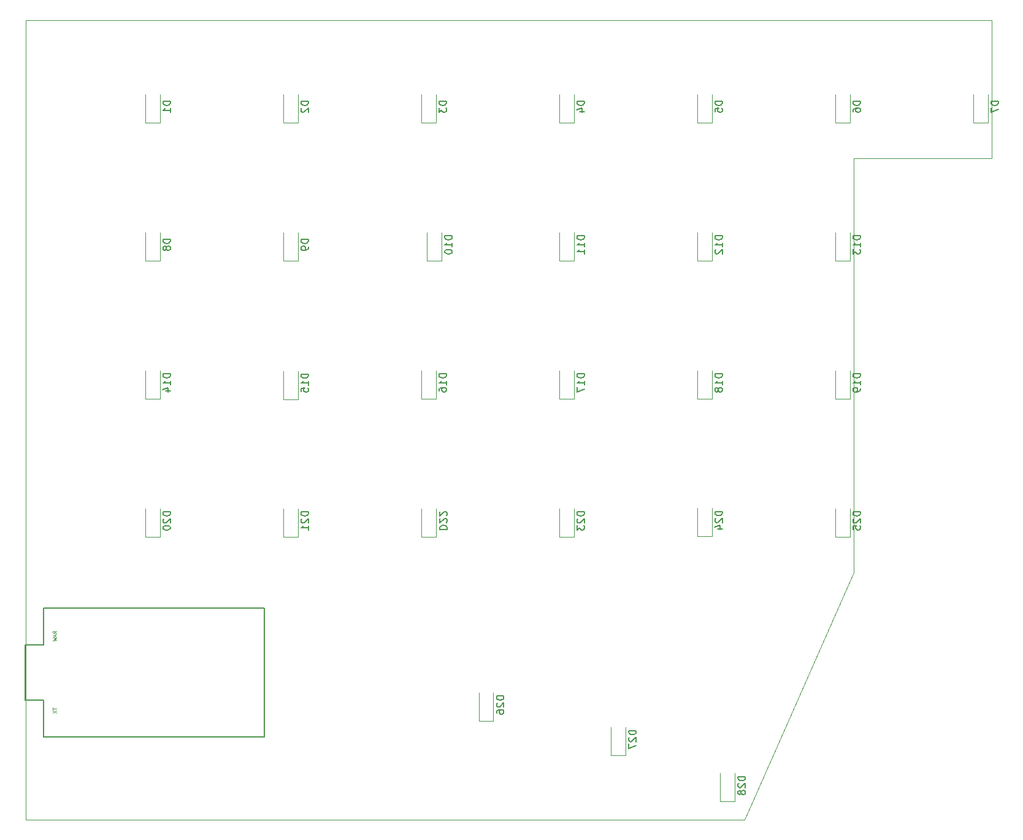
<source format=gbr>
G04 #@! TF.GenerationSoftware,KiCad,Pcbnew,(5.1.4)-1*
G04 #@! TF.CreationDate,2022-03-13T20:27:42-07:00*
G04 #@! TF.ProjectId,Dweebs-Macro-Mini,44776565-6273-42d4-9d61-63726f2d4d69,rev?*
G04 #@! TF.SameCoordinates,Original*
G04 #@! TF.FileFunction,Legend,Bot*
G04 #@! TF.FilePolarity,Positive*
%FSLAX46Y46*%
G04 Gerber Fmt 4.6, Leading zero omitted, Abs format (unit mm)*
G04 Created by KiCad (PCBNEW (5.1.4)-1) date 2022-03-13 20:27:42*
%MOMM*%
%LPD*%
G04 APERTURE LIST*
%ADD10C,0.050000*%
%ADD11C,0.125000*%
%ADD12C,0.150000*%
%ADD13C,0.120000*%
G04 APERTURE END LIST*
D10*
X73772884Y-150018562D02*
X73818750Y-39687500D01*
X173037500Y-150018750D02*
X188118750Y-115887500D01*
X169068750Y-150018750D02*
X173037500Y-150018750D01*
X169068750Y-150018750D02*
X73772884Y-150018562D01*
D11*
X78013690Y-124273511D02*
X77775595Y-124106845D01*
X78013690Y-123987797D02*
X77513690Y-123987797D01*
X77513690Y-124178273D01*
X77537500Y-124225892D01*
X77561309Y-124249702D01*
X77608928Y-124273511D01*
X77680357Y-124273511D01*
X77727976Y-124249702D01*
X77751785Y-124225892D01*
X77775595Y-124178273D01*
X77775595Y-123987797D01*
X77870833Y-124463988D02*
X77870833Y-124702083D01*
X78013690Y-124416369D02*
X77513690Y-124583035D01*
X78013690Y-124749702D01*
X77513690Y-124868750D02*
X78013690Y-124987797D01*
X77656547Y-125083035D01*
X78013690Y-125178273D01*
X77513690Y-125297321D01*
X77513690Y-134556547D02*
X77513690Y-134842261D01*
X78013690Y-134699404D02*
X77513690Y-134699404D01*
X77513690Y-134961309D02*
X78013690Y-135294642D01*
X77513690Y-135294642D02*
X78013690Y-134961309D01*
D10*
X188118750Y-58737500D02*
X188118750Y-115887500D01*
X207168750Y-58737500D02*
X188118750Y-58737500D01*
X207168750Y-39687500D02*
X207168750Y-58737500D01*
X73818750Y-39687500D02*
X207168750Y-39687500D01*
D12*
X76200000Y-120777000D02*
X106680000Y-120777000D01*
X76200000Y-125857000D02*
X76200000Y-120777000D01*
X73660000Y-125857000D02*
X76200000Y-125857000D01*
X73660000Y-133477000D02*
X73660000Y-125857000D01*
X76200000Y-133477000D02*
X73660000Y-133477000D01*
X76200000Y-138557000D02*
X76200000Y-133477000D01*
X106680000Y-138557000D02*
X76200000Y-138557000D01*
X106680000Y-120777000D02*
X106680000Y-138557000D01*
D13*
X171656250Y-147506250D02*
X171656250Y-143606250D01*
X169656250Y-147506250D02*
X169656250Y-143606250D01*
X171656250Y-147506250D02*
X169656250Y-147506250D01*
X156575000Y-141156250D02*
X156575000Y-137256250D01*
X154575000Y-141156250D02*
X154575000Y-137256250D01*
X156575000Y-141156250D02*
X154575000Y-141156250D01*
X138318750Y-136393750D02*
X138318750Y-132493750D01*
X136318750Y-136393750D02*
X136318750Y-132493750D01*
X138318750Y-136393750D02*
X136318750Y-136393750D01*
X187531250Y-110993750D02*
X187531250Y-107093750D01*
X185531250Y-110993750D02*
X185531250Y-107093750D01*
X187531250Y-110993750D02*
X185531250Y-110993750D01*
X168481250Y-110931250D02*
X168481250Y-107031250D01*
X166481250Y-110931250D02*
X166481250Y-107031250D01*
X168481250Y-110931250D02*
X166481250Y-110931250D01*
X149431250Y-110993750D02*
X149431250Y-107093750D01*
X147431250Y-110993750D02*
X147431250Y-107093750D01*
X149431250Y-110993750D02*
X147431250Y-110993750D01*
X130381250Y-110993750D02*
X130381250Y-107093750D01*
X128381250Y-110993750D02*
X128381250Y-107093750D01*
X130381250Y-110993750D02*
X128381250Y-110993750D01*
X111331250Y-110993750D02*
X111331250Y-107093750D01*
X109331250Y-110993750D02*
X109331250Y-107093750D01*
X111331250Y-110993750D02*
X109331250Y-110993750D01*
X92281250Y-110993750D02*
X92281250Y-107093750D01*
X90281250Y-110993750D02*
X90281250Y-107093750D01*
X92281250Y-110993750D02*
X90281250Y-110993750D01*
X187531250Y-91943750D02*
X187531250Y-88043750D01*
X185531250Y-91943750D02*
X185531250Y-88043750D01*
X187531250Y-91943750D02*
X185531250Y-91943750D01*
X168481250Y-91943750D02*
X168481250Y-88043750D01*
X166481250Y-91943750D02*
X166481250Y-88043750D01*
X168481250Y-91943750D02*
X166481250Y-91943750D01*
X149431250Y-91943750D02*
X149431250Y-88043750D01*
X147431250Y-91943750D02*
X147431250Y-88043750D01*
X149431250Y-91943750D02*
X147431250Y-91943750D01*
X130381250Y-91943750D02*
X130381250Y-88043750D01*
X128381250Y-91943750D02*
X128381250Y-88043750D01*
X130381250Y-91943750D02*
X128381250Y-91943750D01*
X111331250Y-91976250D02*
X111331250Y-88076250D01*
X109331250Y-91976250D02*
X109331250Y-88076250D01*
X111331250Y-91976250D02*
X109331250Y-91976250D01*
X92281250Y-91943750D02*
X92281250Y-88043750D01*
X90281250Y-91943750D02*
X90281250Y-88043750D01*
X92281250Y-91943750D02*
X90281250Y-91943750D01*
X187531250Y-72893750D02*
X187531250Y-68993750D01*
X185531250Y-72893750D02*
X185531250Y-68993750D01*
X187531250Y-72893750D02*
X185531250Y-72893750D01*
X168481250Y-72893750D02*
X168481250Y-68993750D01*
X166481250Y-72893750D02*
X166481250Y-68993750D01*
X168481250Y-72893750D02*
X166481250Y-72893750D01*
X149431250Y-72893750D02*
X149431250Y-68993750D01*
X147431250Y-72893750D02*
X147431250Y-68993750D01*
X149431250Y-72893750D02*
X147431250Y-72893750D01*
X131175000Y-72893750D02*
X131175000Y-68993750D01*
X129175000Y-72893750D02*
X129175000Y-68993750D01*
X131175000Y-72893750D02*
X129175000Y-72893750D01*
X111331250Y-72893750D02*
X111331250Y-68993750D01*
X109331250Y-72893750D02*
X109331250Y-68993750D01*
X111331250Y-72893750D02*
X109331250Y-72893750D01*
X92281250Y-72893750D02*
X92281250Y-68993750D01*
X90281250Y-72893750D02*
X90281250Y-68993750D01*
X92281250Y-72893750D02*
X90281250Y-72893750D01*
X206581250Y-53843750D02*
X206581250Y-49943750D01*
X204581250Y-53843750D02*
X204581250Y-49943750D01*
X206581250Y-53843750D02*
X204581250Y-53843750D01*
X187531250Y-53843750D02*
X187531250Y-49943750D01*
X185531250Y-53843750D02*
X185531250Y-49943750D01*
X187531250Y-53843750D02*
X185531250Y-53843750D01*
X168481250Y-53843750D02*
X168481250Y-49943750D01*
X166481250Y-53843750D02*
X166481250Y-49943750D01*
X168481250Y-53843750D02*
X166481250Y-53843750D01*
X149431250Y-53843750D02*
X149431250Y-49943750D01*
X147431250Y-53843750D02*
X147431250Y-49943750D01*
X149431250Y-53843750D02*
X147431250Y-53843750D01*
X130381250Y-53843750D02*
X130381250Y-49943750D01*
X128381250Y-53843750D02*
X128381250Y-49943750D01*
X130381250Y-53843750D02*
X128381250Y-53843750D01*
X111331250Y-53843750D02*
X111331250Y-49943750D01*
X109331250Y-53843750D02*
X109331250Y-49943750D01*
X111331250Y-53843750D02*
X109331250Y-53843750D01*
X92281250Y-53843750D02*
X92281250Y-49943750D01*
X90281250Y-53843750D02*
X90281250Y-49943750D01*
X92281250Y-53843750D02*
X90281250Y-53843750D01*
D12*
X173108630Y-144041964D02*
X172108630Y-144041964D01*
X172108630Y-144280059D01*
X172156250Y-144422916D01*
X172251488Y-144518154D01*
X172346726Y-144565773D01*
X172537202Y-144613392D01*
X172680059Y-144613392D01*
X172870535Y-144565773D01*
X172965773Y-144518154D01*
X173061011Y-144422916D01*
X173108630Y-144280059D01*
X173108630Y-144041964D01*
X172203869Y-144994345D02*
X172156250Y-145041964D01*
X172108630Y-145137202D01*
X172108630Y-145375297D01*
X172156250Y-145470535D01*
X172203869Y-145518154D01*
X172299107Y-145565773D01*
X172394345Y-145565773D01*
X172537202Y-145518154D01*
X173108630Y-144946726D01*
X173108630Y-145565773D01*
X172537202Y-146137202D02*
X172489583Y-146041964D01*
X172441964Y-145994345D01*
X172346726Y-145946726D01*
X172299107Y-145946726D01*
X172203869Y-145994345D01*
X172156250Y-146041964D01*
X172108630Y-146137202D01*
X172108630Y-146327678D01*
X172156250Y-146422916D01*
X172203869Y-146470535D01*
X172299107Y-146518154D01*
X172346726Y-146518154D01*
X172441964Y-146470535D01*
X172489583Y-146422916D01*
X172537202Y-146327678D01*
X172537202Y-146137202D01*
X172584821Y-146041964D01*
X172632440Y-145994345D01*
X172727678Y-145946726D01*
X172918154Y-145946726D01*
X173013392Y-145994345D01*
X173061011Y-146041964D01*
X173108630Y-146137202D01*
X173108630Y-146327678D01*
X173061011Y-146422916D01*
X173013392Y-146470535D01*
X172918154Y-146518154D01*
X172727678Y-146518154D01*
X172632440Y-146470535D01*
X172584821Y-146422916D01*
X172537202Y-146327678D01*
X158027380Y-137691964D02*
X157027380Y-137691964D01*
X157027380Y-137930059D01*
X157075000Y-138072916D01*
X157170238Y-138168154D01*
X157265476Y-138215773D01*
X157455952Y-138263392D01*
X157598809Y-138263392D01*
X157789285Y-138215773D01*
X157884523Y-138168154D01*
X157979761Y-138072916D01*
X158027380Y-137930059D01*
X158027380Y-137691964D01*
X157122619Y-138644345D02*
X157075000Y-138691964D01*
X157027380Y-138787202D01*
X157027380Y-139025297D01*
X157075000Y-139120535D01*
X157122619Y-139168154D01*
X157217857Y-139215773D01*
X157313095Y-139215773D01*
X157455952Y-139168154D01*
X158027380Y-138596726D01*
X158027380Y-139215773D01*
X157027380Y-139549107D02*
X157027380Y-140215773D01*
X158027380Y-139787202D01*
X139771130Y-132929464D02*
X138771130Y-132929464D01*
X138771130Y-133167559D01*
X138818750Y-133310416D01*
X138913988Y-133405654D01*
X139009226Y-133453273D01*
X139199702Y-133500892D01*
X139342559Y-133500892D01*
X139533035Y-133453273D01*
X139628273Y-133405654D01*
X139723511Y-133310416D01*
X139771130Y-133167559D01*
X139771130Y-132929464D01*
X138866369Y-133881845D02*
X138818750Y-133929464D01*
X138771130Y-134024702D01*
X138771130Y-134262797D01*
X138818750Y-134358035D01*
X138866369Y-134405654D01*
X138961607Y-134453273D01*
X139056845Y-134453273D01*
X139199702Y-134405654D01*
X139771130Y-133834226D01*
X139771130Y-134453273D01*
X138771130Y-135310416D02*
X138771130Y-135119940D01*
X138818750Y-135024702D01*
X138866369Y-134977083D01*
X139009226Y-134881845D01*
X139199702Y-134834226D01*
X139580654Y-134834226D01*
X139675892Y-134881845D01*
X139723511Y-134929464D01*
X139771130Y-135024702D01*
X139771130Y-135215178D01*
X139723511Y-135310416D01*
X139675892Y-135358035D01*
X139580654Y-135405654D01*
X139342559Y-135405654D01*
X139247321Y-135358035D01*
X139199702Y-135310416D01*
X139152083Y-135215178D01*
X139152083Y-135024702D01*
X139199702Y-134929464D01*
X139247321Y-134881845D01*
X139342559Y-134834226D01*
X188983630Y-107529464D02*
X187983630Y-107529464D01*
X187983630Y-107767559D01*
X188031250Y-107910416D01*
X188126488Y-108005654D01*
X188221726Y-108053273D01*
X188412202Y-108100892D01*
X188555059Y-108100892D01*
X188745535Y-108053273D01*
X188840773Y-108005654D01*
X188936011Y-107910416D01*
X188983630Y-107767559D01*
X188983630Y-107529464D01*
X188078869Y-108481845D02*
X188031250Y-108529464D01*
X187983630Y-108624702D01*
X187983630Y-108862797D01*
X188031250Y-108958035D01*
X188078869Y-109005654D01*
X188174107Y-109053273D01*
X188269345Y-109053273D01*
X188412202Y-109005654D01*
X188983630Y-108434226D01*
X188983630Y-109053273D01*
X187983630Y-109958035D02*
X187983630Y-109481845D01*
X188459821Y-109434226D01*
X188412202Y-109481845D01*
X188364583Y-109577083D01*
X188364583Y-109815178D01*
X188412202Y-109910416D01*
X188459821Y-109958035D01*
X188555059Y-110005654D01*
X188793154Y-110005654D01*
X188888392Y-109958035D01*
X188936011Y-109910416D01*
X188983630Y-109815178D01*
X188983630Y-109577083D01*
X188936011Y-109481845D01*
X188888392Y-109434226D01*
X169933630Y-107466964D02*
X168933630Y-107466964D01*
X168933630Y-107705059D01*
X168981250Y-107847916D01*
X169076488Y-107943154D01*
X169171726Y-107990773D01*
X169362202Y-108038392D01*
X169505059Y-108038392D01*
X169695535Y-107990773D01*
X169790773Y-107943154D01*
X169886011Y-107847916D01*
X169933630Y-107705059D01*
X169933630Y-107466964D01*
X169028869Y-108419345D02*
X168981250Y-108466964D01*
X168933630Y-108562202D01*
X168933630Y-108800297D01*
X168981250Y-108895535D01*
X169028869Y-108943154D01*
X169124107Y-108990773D01*
X169219345Y-108990773D01*
X169362202Y-108943154D01*
X169933630Y-108371726D01*
X169933630Y-108990773D01*
X169266964Y-109847916D02*
X169933630Y-109847916D01*
X168886011Y-109609821D02*
X169600297Y-109371726D01*
X169600297Y-109990773D01*
X150883630Y-107529464D02*
X149883630Y-107529464D01*
X149883630Y-107767559D01*
X149931250Y-107910416D01*
X150026488Y-108005654D01*
X150121726Y-108053273D01*
X150312202Y-108100892D01*
X150455059Y-108100892D01*
X150645535Y-108053273D01*
X150740773Y-108005654D01*
X150836011Y-107910416D01*
X150883630Y-107767559D01*
X150883630Y-107529464D01*
X149978869Y-108481845D02*
X149931250Y-108529464D01*
X149883630Y-108624702D01*
X149883630Y-108862797D01*
X149931250Y-108958035D01*
X149978869Y-109005654D01*
X150074107Y-109053273D01*
X150169345Y-109053273D01*
X150312202Y-109005654D01*
X150883630Y-108434226D01*
X150883630Y-109053273D01*
X149883630Y-109386607D02*
X149883630Y-110005654D01*
X150264583Y-109672321D01*
X150264583Y-109815178D01*
X150312202Y-109910416D01*
X150359821Y-109958035D01*
X150455059Y-110005654D01*
X150693154Y-110005654D01*
X150788392Y-109958035D01*
X150836011Y-109910416D01*
X150883630Y-109815178D01*
X150883630Y-109529464D01*
X150836011Y-109434226D01*
X150788392Y-109386607D01*
X130928869Y-109958035D02*
X131928869Y-109958035D01*
X131928869Y-109719940D01*
X131881250Y-109577083D01*
X131786011Y-109481845D01*
X131690773Y-109434226D01*
X131500297Y-109386607D01*
X131357440Y-109386607D01*
X131166964Y-109434226D01*
X131071726Y-109481845D01*
X130976488Y-109577083D01*
X130928869Y-109719940D01*
X130928869Y-109958035D01*
X131833630Y-109005654D02*
X131881250Y-108958035D01*
X131928869Y-108862797D01*
X131928869Y-108624702D01*
X131881250Y-108529464D01*
X131833630Y-108481845D01*
X131738392Y-108434226D01*
X131643154Y-108434226D01*
X131500297Y-108481845D01*
X130928869Y-109053273D01*
X130928869Y-108434226D01*
X131833630Y-108053273D02*
X131881250Y-108005654D01*
X131928869Y-107910416D01*
X131928869Y-107672321D01*
X131881250Y-107577083D01*
X131833630Y-107529464D01*
X131738392Y-107481845D01*
X131643154Y-107481845D01*
X131500297Y-107529464D01*
X130928869Y-108100892D01*
X130928869Y-107481845D01*
X112783630Y-107529464D02*
X111783630Y-107529464D01*
X111783630Y-107767559D01*
X111831250Y-107910416D01*
X111926488Y-108005654D01*
X112021726Y-108053273D01*
X112212202Y-108100892D01*
X112355059Y-108100892D01*
X112545535Y-108053273D01*
X112640773Y-108005654D01*
X112736011Y-107910416D01*
X112783630Y-107767559D01*
X112783630Y-107529464D01*
X111878869Y-108481845D02*
X111831250Y-108529464D01*
X111783630Y-108624702D01*
X111783630Y-108862797D01*
X111831250Y-108958035D01*
X111878869Y-109005654D01*
X111974107Y-109053273D01*
X112069345Y-109053273D01*
X112212202Y-109005654D01*
X112783630Y-108434226D01*
X112783630Y-109053273D01*
X112783630Y-110005654D02*
X112783630Y-109434226D01*
X112783630Y-109719940D02*
X111783630Y-109719940D01*
X111926488Y-109624702D01*
X112021726Y-109529464D01*
X112069345Y-109434226D01*
X93733630Y-107529464D02*
X92733630Y-107529464D01*
X92733630Y-107767559D01*
X92781250Y-107910416D01*
X92876488Y-108005654D01*
X92971726Y-108053273D01*
X93162202Y-108100892D01*
X93305059Y-108100892D01*
X93495535Y-108053273D01*
X93590773Y-108005654D01*
X93686011Y-107910416D01*
X93733630Y-107767559D01*
X93733630Y-107529464D01*
X92828869Y-108481845D02*
X92781250Y-108529464D01*
X92733630Y-108624702D01*
X92733630Y-108862797D01*
X92781250Y-108958035D01*
X92828869Y-109005654D01*
X92924107Y-109053273D01*
X93019345Y-109053273D01*
X93162202Y-109005654D01*
X93733630Y-108434226D01*
X93733630Y-109053273D01*
X92733630Y-109672321D02*
X92733630Y-109767559D01*
X92781250Y-109862797D01*
X92828869Y-109910416D01*
X92924107Y-109958035D01*
X93114583Y-110005654D01*
X93352678Y-110005654D01*
X93543154Y-109958035D01*
X93638392Y-109910416D01*
X93686011Y-109862797D01*
X93733630Y-109767559D01*
X93733630Y-109672321D01*
X93686011Y-109577083D01*
X93638392Y-109529464D01*
X93543154Y-109481845D01*
X93352678Y-109434226D01*
X93114583Y-109434226D01*
X92924107Y-109481845D01*
X92828869Y-109529464D01*
X92781250Y-109577083D01*
X92733630Y-109672321D01*
X188983630Y-88479464D02*
X187983630Y-88479464D01*
X187983630Y-88717559D01*
X188031250Y-88860416D01*
X188126488Y-88955654D01*
X188221726Y-89003273D01*
X188412202Y-89050892D01*
X188555059Y-89050892D01*
X188745535Y-89003273D01*
X188840773Y-88955654D01*
X188936011Y-88860416D01*
X188983630Y-88717559D01*
X188983630Y-88479464D01*
X188983630Y-90003273D02*
X188983630Y-89431845D01*
X188983630Y-89717559D02*
X187983630Y-89717559D01*
X188126488Y-89622321D01*
X188221726Y-89527083D01*
X188269345Y-89431845D01*
X188983630Y-90479464D02*
X188983630Y-90669940D01*
X188936011Y-90765178D01*
X188888392Y-90812797D01*
X188745535Y-90908035D01*
X188555059Y-90955654D01*
X188174107Y-90955654D01*
X188078869Y-90908035D01*
X188031250Y-90860416D01*
X187983630Y-90765178D01*
X187983630Y-90574702D01*
X188031250Y-90479464D01*
X188078869Y-90431845D01*
X188174107Y-90384226D01*
X188412202Y-90384226D01*
X188507440Y-90431845D01*
X188555059Y-90479464D01*
X188602678Y-90574702D01*
X188602678Y-90765178D01*
X188555059Y-90860416D01*
X188507440Y-90908035D01*
X188412202Y-90955654D01*
X169933630Y-88479464D02*
X168933630Y-88479464D01*
X168933630Y-88717559D01*
X168981250Y-88860416D01*
X169076488Y-88955654D01*
X169171726Y-89003273D01*
X169362202Y-89050892D01*
X169505059Y-89050892D01*
X169695535Y-89003273D01*
X169790773Y-88955654D01*
X169886011Y-88860416D01*
X169933630Y-88717559D01*
X169933630Y-88479464D01*
X169933630Y-90003273D02*
X169933630Y-89431845D01*
X169933630Y-89717559D02*
X168933630Y-89717559D01*
X169076488Y-89622321D01*
X169171726Y-89527083D01*
X169219345Y-89431845D01*
X169362202Y-90574702D02*
X169314583Y-90479464D01*
X169266964Y-90431845D01*
X169171726Y-90384226D01*
X169124107Y-90384226D01*
X169028869Y-90431845D01*
X168981250Y-90479464D01*
X168933630Y-90574702D01*
X168933630Y-90765178D01*
X168981250Y-90860416D01*
X169028869Y-90908035D01*
X169124107Y-90955654D01*
X169171726Y-90955654D01*
X169266964Y-90908035D01*
X169314583Y-90860416D01*
X169362202Y-90765178D01*
X169362202Y-90574702D01*
X169409821Y-90479464D01*
X169457440Y-90431845D01*
X169552678Y-90384226D01*
X169743154Y-90384226D01*
X169838392Y-90431845D01*
X169886011Y-90479464D01*
X169933630Y-90574702D01*
X169933630Y-90765178D01*
X169886011Y-90860416D01*
X169838392Y-90908035D01*
X169743154Y-90955654D01*
X169552678Y-90955654D01*
X169457440Y-90908035D01*
X169409821Y-90860416D01*
X169362202Y-90765178D01*
X150883630Y-88479464D02*
X149883630Y-88479464D01*
X149883630Y-88717559D01*
X149931250Y-88860416D01*
X150026488Y-88955654D01*
X150121726Y-89003273D01*
X150312202Y-89050892D01*
X150455059Y-89050892D01*
X150645535Y-89003273D01*
X150740773Y-88955654D01*
X150836011Y-88860416D01*
X150883630Y-88717559D01*
X150883630Y-88479464D01*
X150883630Y-90003273D02*
X150883630Y-89431845D01*
X150883630Y-89717559D02*
X149883630Y-89717559D01*
X150026488Y-89622321D01*
X150121726Y-89527083D01*
X150169345Y-89431845D01*
X149883630Y-90336607D02*
X149883630Y-91003273D01*
X150883630Y-90574702D01*
X131833630Y-88479464D02*
X130833630Y-88479464D01*
X130833630Y-88717559D01*
X130881250Y-88860416D01*
X130976488Y-88955654D01*
X131071726Y-89003273D01*
X131262202Y-89050892D01*
X131405059Y-89050892D01*
X131595535Y-89003273D01*
X131690773Y-88955654D01*
X131786011Y-88860416D01*
X131833630Y-88717559D01*
X131833630Y-88479464D01*
X131833630Y-90003273D02*
X131833630Y-89431845D01*
X131833630Y-89717559D02*
X130833630Y-89717559D01*
X130976488Y-89622321D01*
X131071726Y-89527083D01*
X131119345Y-89431845D01*
X130833630Y-90860416D02*
X130833630Y-90669940D01*
X130881250Y-90574702D01*
X130928869Y-90527083D01*
X131071726Y-90431845D01*
X131262202Y-90384226D01*
X131643154Y-90384226D01*
X131738392Y-90431845D01*
X131786011Y-90479464D01*
X131833630Y-90574702D01*
X131833630Y-90765178D01*
X131786011Y-90860416D01*
X131738392Y-90908035D01*
X131643154Y-90955654D01*
X131405059Y-90955654D01*
X131309821Y-90908035D01*
X131262202Y-90860416D01*
X131214583Y-90765178D01*
X131214583Y-90574702D01*
X131262202Y-90479464D01*
X131309821Y-90431845D01*
X131405059Y-90384226D01*
X112783630Y-88511964D02*
X111783630Y-88511964D01*
X111783630Y-88750059D01*
X111831250Y-88892916D01*
X111926488Y-88988154D01*
X112021726Y-89035773D01*
X112212202Y-89083392D01*
X112355059Y-89083392D01*
X112545535Y-89035773D01*
X112640773Y-88988154D01*
X112736011Y-88892916D01*
X112783630Y-88750059D01*
X112783630Y-88511964D01*
X112783630Y-90035773D02*
X112783630Y-89464345D01*
X112783630Y-89750059D02*
X111783630Y-89750059D01*
X111926488Y-89654821D01*
X112021726Y-89559583D01*
X112069345Y-89464345D01*
X111783630Y-90940535D02*
X111783630Y-90464345D01*
X112259821Y-90416726D01*
X112212202Y-90464345D01*
X112164583Y-90559583D01*
X112164583Y-90797678D01*
X112212202Y-90892916D01*
X112259821Y-90940535D01*
X112355059Y-90988154D01*
X112593154Y-90988154D01*
X112688392Y-90940535D01*
X112736011Y-90892916D01*
X112783630Y-90797678D01*
X112783630Y-90559583D01*
X112736011Y-90464345D01*
X112688392Y-90416726D01*
X93733630Y-88479464D02*
X92733630Y-88479464D01*
X92733630Y-88717559D01*
X92781250Y-88860416D01*
X92876488Y-88955654D01*
X92971726Y-89003273D01*
X93162202Y-89050892D01*
X93305059Y-89050892D01*
X93495535Y-89003273D01*
X93590773Y-88955654D01*
X93686011Y-88860416D01*
X93733630Y-88717559D01*
X93733630Y-88479464D01*
X93733630Y-90003273D02*
X93733630Y-89431845D01*
X93733630Y-89717559D02*
X92733630Y-89717559D01*
X92876488Y-89622321D01*
X92971726Y-89527083D01*
X93019345Y-89431845D01*
X93066964Y-90860416D02*
X93733630Y-90860416D01*
X92686011Y-90622321D02*
X93400297Y-90384226D01*
X93400297Y-91003273D01*
X188983630Y-69429464D02*
X187983630Y-69429464D01*
X187983630Y-69667559D01*
X188031250Y-69810416D01*
X188126488Y-69905654D01*
X188221726Y-69953273D01*
X188412202Y-70000892D01*
X188555059Y-70000892D01*
X188745535Y-69953273D01*
X188840773Y-69905654D01*
X188936011Y-69810416D01*
X188983630Y-69667559D01*
X188983630Y-69429464D01*
X188983630Y-70953273D02*
X188983630Y-70381845D01*
X188983630Y-70667559D02*
X187983630Y-70667559D01*
X188126488Y-70572321D01*
X188221726Y-70477083D01*
X188269345Y-70381845D01*
X187983630Y-71286607D02*
X187983630Y-71905654D01*
X188364583Y-71572321D01*
X188364583Y-71715178D01*
X188412202Y-71810416D01*
X188459821Y-71858035D01*
X188555059Y-71905654D01*
X188793154Y-71905654D01*
X188888392Y-71858035D01*
X188936011Y-71810416D01*
X188983630Y-71715178D01*
X188983630Y-71429464D01*
X188936011Y-71334226D01*
X188888392Y-71286607D01*
X169933630Y-69429464D02*
X168933630Y-69429464D01*
X168933630Y-69667559D01*
X168981250Y-69810416D01*
X169076488Y-69905654D01*
X169171726Y-69953273D01*
X169362202Y-70000892D01*
X169505059Y-70000892D01*
X169695535Y-69953273D01*
X169790773Y-69905654D01*
X169886011Y-69810416D01*
X169933630Y-69667559D01*
X169933630Y-69429464D01*
X169933630Y-70953273D02*
X169933630Y-70381845D01*
X169933630Y-70667559D02*
X168933630Y-70667559D01*
X169076488Y-70572321D01*
X169171726Y-70477083D01*
X169219345Y-70381845D01*
X169028869Y-71334226D02*
X168981250Y-71381845D01*
X168933630Y-71477083D01*
X168933630Y-71715178D01*
X168981250Y-71810416D01*
X169028869Y-71858035D01*
X169124107Y-71905654D01*
X169219345Y-71905654D01*
X169362202Y-71858035D01*
X169933630Y-71286607D01*
X169933630Y-71905654D01*
X150883630Y-69429464D02*
X149883630Y-69429464D01*
X149883630Y-69667559D01*
X149931250Y-69810416D01*
X150026488Y-69905654D01*
X150121726Y-69953273D01*
X150312202Y-70000892D01*
X150455059Y-70000892D01*
X150645535Y-69953273D01*
X150740773Y-69905654D01*
X150836011Y-69810416D01*
X150883630Y-69667559D01*
X150883630Y-69429464D01*
X150883630Y-70953273D02*
X150883630Y-70381845D01*
X150883630Y-70667559D02*
X149883630Y-70667559D01*
X150026488Y-70572321D01*
X150121726Y-70477083D01*
X150169345Y-70381845D01*
X150883630Y-71905654D02*
X150883630Y-71334226D01*
X150883630Y-71619940D02*
X149883630Y-71619940D01*
X150026488Y-71524702D01*
X150121726Y-71429464D01*
X150169345Y-71334226D01*
X132627380Y-69429464D02*
X131627380Y-69429464D01*
X131627380Y-69667559D01*
X131675000Y-69810416D01*
X131770238Y-69905654D01*
X131865476Y-69953273D01*
X132055952Y-70000892D01*
X132198809Y-70000892D01*
X132389285Y-69953273D01*
X132484523Y-69905654D01*
X132579761Y-69810416D01*
X132627380Y-69667559D01*
X132627380Y-69429464D01*
X132627380Y-70953273D02*
X132627380Y-70381845D01*
X132627380Y-70667559D02*
X131627380Y-70667559D01*
X131770238Y-70572321D01*
X131865476Y-70477083D01*
X131913095Y-70381845D01*
X131627380Y-71572321D02*
X131627380Y-71667559D01*
X131675000Y-71762797D01*
X131722619Y-71810416D01*
X131817857Y-71858035D01*
X132008333Y-71905654D01*
X132246428Y-71905654D01*
X132436904Y-71858035D01*
X132532142Y-71810416D01*
X132579761Y-71762797D01*
X132627380Y-71667559D01*
X132627380Y-71572321D01*
X132579761Y-71477083D01*
X132532142Y-71429464D01*
X132436904Y-71381845D01*
X132246428Y-71334226D01*
X132008333Y-71334226D01*
X131817857Y-71381845D01*
X131722619Y-71429464D01*
X131675000Y-71477083D01*
X131627380Y-71572321D01*
X112783630Y-69905654D02*
X111783630Y-69905654D01*
X111783630Y-70143750D01*
X111831250Y-70286607D01*
X111926488Y-70381845D01*
X112021726Y-70429464D01*
X112212202Y-70477083D01*
X112355059Y-70477083D01*
X112545535Y-70429464D01*
X112640773Y-70381845D01*
X112736011Y-70286607D01*
X112783630Y-70143750D01*
X112783630Y-69905654D01*
X112783630Y-70953273D02*
X112783630Y-71143750D01*
X112736011Y-71238988D01*
X112688392Y-71286607D01*
X112545535Y-71381845D01*
X112355059Y-71429464D01*
X111974107Y-71429464D01*
X111878869Y-71381845D01*
X111831250Y-71334226D01*
X111783630Y-71238988D01*
X111783630Y-71048511D01*
X111831250Y-70953273D01*
X111878869Y-70905654D01*
X111974107Y-70858035D01*
X112212202Y-70858035D01*
X112307440Y-70905654D01*
X112355059Y-70953273D01*
X112402678Y-71048511D01*
X112402678Y-71238988D01*
X112355059Y-71334226D01*
X112307440Y-71381845D01*
X112212202Y-71429464D01*
X93733630Y-69905654D02*
X92733630Y-69905654D01*
X92733630Y-70143750D01*
X92781250Y-70286607D01*
X92876488Y-70381845D01*
X92971726Y-70429464D01*
X93162202Y-70477083D01*
X93305059Y-70477083D01*
X93495535Y-70429464D01*
X93590773Y-70381845D01*
X93686011Y-70286607D01*
X93733630Y-70143750D01*
X93733630Y-69905654D01*
X93162202Y-71048511D02*
X93114583Y-70953273D01*
X93066964Y-70905654D01*
X92971726Y-70858035D01*
X92924107Y-70858035D01*
X92828869Y-70905654D01*
X92781250Y-70953273D01*
X92733630Y-71048511D01*
X92733630Y-71238988D01*
X92781250Y-71334226D01*
X92828869Y-71381845D01*
X92924107Y-71429464D01*
X92971726Y-71429464D01*
X93066964Y-71381845D01*
X93114583Y-71334226D01*
X93162202Y-71238988D01*
X93162202Y-71048511D01*
X93209821Y-70953273D01*
X93257440Y-70905654D01*
X93352678Y-70858035D01*
X93543154Y-70858035D01*
X93638392Y-70905654D01*
X93686011Y-70953273D01*
X93733630Y-71048511D01*
X93733630Y-71238988D01*
X93686011Y-71334226D01*
X93638392Y-71381845D01*
X93543154Y-71429464D01*
X93352678Y-71429464D01*
X93257440Y-71381845D01*
X93209821Y-71334226D01*
X93162202Y-71238988D01*
X208033630Y-50855654D02*
X207033630Y-50855654D01*
X207033630Y-51093750D01*
X207081250Y-51236607D01*
X207176488Y-51331845D01*
X207271726Y-51379464D01*
X207462202Y-51427083D01*
X207605059Y-51427083D01*
X207795535Y-51379464D01*
X207890773Y-51331845D01*
X207986011Y-51236607D01*
X208033630Y-51093750D01*
X208033630Y-50855654D01*
X207033630Y-51760416D02*
X207033630Y-52427083D01*
X208033630Y-51998511D01*
X188983630Y-50855654D02*
X187983630Y-50855654D01*
X187983630Y-51093750D01*
X188031250Y-51236607D01*
X188126488Y-51331845D01*
X188221726Y-51379464D01*
X188412202Y-51427083D01*
X188555059Y-51427083D01*
X188745535Y-51379464D01*
X188840773Y-51331845D01*
X188936011Y-51236607D01*
X188983630Y-51093750D01*
X188983630Y-50855654D01*
X187983630Y-52284226D02*
X187983630Y-52093750D01*
X188031250Y-51998511D01*
X188078869Y-51950892D01*
X188221726Y-51855654D01*
X188412202Y-51808035D01*
X188793154Y-51808035D01*
X188888392Y-51855654D01*
X188936011Y-51903273D01*
X188983630Y-51998511D01*
X188983630Y-52188988D01*
X188936011Y-52284226D01*
X188888392Y-52331845D01*
X188793154Y-52379464D01*
X188555059Y-52379464D01*
X188459821Y-52331845D01*
X188412202Y-52284226D01*
X188364583Y-52188988D01*
X188364583Y-51998511D01*
X188412202Y-51903273D01*
X188459821Y-51855654D01*
X188555059Y-51808035D01*
X169933630Y-50855654D02*
X168933630Y-50855654D01*
X168933630Y-51093750D01*
X168981250Y-51236607D01*
X169076488Y-51331845D01*
X169171726Y-51379464D01*
X169362202Y-51427083D01*
X169505059Y-51427083D01*
X169695535Y-51379464D01*
X169790773Y-51331845D01*
X169886011Y-51236607D01*
X169933630Y-51093750D01*
X169933630Y-50855654D01*
X168933630Y-52331845D02*
X168933630Y-51855654D01*
X169409821Y-51808035D01*
X169362202Y-51855654D01*
X169314583Y-51950892D01*
X169314583Y-52188988D01*
X169362202Y-52284226D01*
X169409821Y-52331845D01*
X169505059Y-52379464D01*
X169743154Y-52379464D01*
X169838392Y-52331845D01*
X169886011Y-52284226D01*
X169933630Y-52188988D01*
X169933630Y-51950892D01*
X169886011Y-51855654D01*
X169838392Y-51808035D01*
X150883630Y-50855654D02*
X149883630Y-50855654D01*
X149883630Y-51093750D01*
X149931250Y-51236607D01*
X150026488Y-51331845D01*
X150121726Y-51379464D01*
X150312202Y-51427083D01*
X150455059Y-51427083D01*
X150645535Y-51379464D01*
X150740773Y-51331845D01*
X150836011Y-51236607D01*
X150883630Y-51093750D01*
X150883630Y-50855654D01*
X150216964Y-52284226D02*
X150883630Y-52284226D01*
X149836011Y-52046130D02*
X150550297Y-51808035D01*
X150550297Y-52427083D01*
X131833630Y-50855654D02*
X130833630Y-50855654D01*
X130833630Y-51093750D01*
X130881250Y-51236607D01*
X130976488Y-51331845D01*
X131071726Y-51379464D01*
X131262202Y-51427083D01*
X131405059Y-51427083D01*
X131595535Y-51379464D01*
X131690773Y-51331845D01*
X131786011Y-51236607D01*
X131833630Y-51093750D01*
X131833630Y-50855654D01*
X130833630Y-51760416D02*
X130833630Y-52379464D01*
X131214583Y-52046130D01*
X131214583Y-52188988D01*
X131262202Y-52284226D01*
X131309821Y-52331845D01*
X131405059Y-52379464D01*
X131643154Y-52379464D01*
X131738392Y-52331845D01*
X131786011Y-52284226D01*
X131833630Y-52188988D01*
X131833630Y-51903273D01*
X131786011Y-51808035D01*
X131738392Y-51760416D01*
X112783630Y-50855654D02*
X111783630Y-50855654D01*
X111783630Y-51093750D01*
X111831250Y-51236607D01*
X111926488Y-51331845D01*
X112021726Y-51379464D01*
X112212202Y-51427083D01*
X112355059Y-51427083D01*
X112545535Y-51379464D01*
X112640773Y-51331845D01*
X112736011Y-51236607D01*
X112783630Y-51093750D01*
X112783630Y-50855654D01*
X111878869Y-51808035D02*
X111831250Y-51855654D01*
X111783630Y-51950892D01*
X111783630Y-52188988D01*
X111831250Y-52284226D01*
X111878869Y-52331845D01*
X111974107Y-52379464D01*
X112069345Y-52379464D01*
X112212202Y-52331845D01*
X112783630Y-51760416D01*
X112783630Y-52379464D01*
X93733630Y-50855654D02*
X92733630Y-50855654D01*
X92733630Y-51093750D01*
X92781250Y-51236607D01*
X92876488Y-51331845D01*
X92971726Y-51379464D01*
X93162202Y-51427083D01*
X93305059Y-51427083D01*
X93495535Y-51379464D01*
X93590773Y-51331845D01*
X93686011Y-51236607D01*
X93733630Y-51093750D01*
X93733630Y-50855654D01*
X93733630Y-52379464D02*
X93733630Y-51808035D01*
X93733630Y-52093750D02*
X92733630Y-52093750D01*
X92876488Y-51998511D01*
X92971726Y-51903273D01*
X93019345Y-51808035D01*
M02*

</source>
